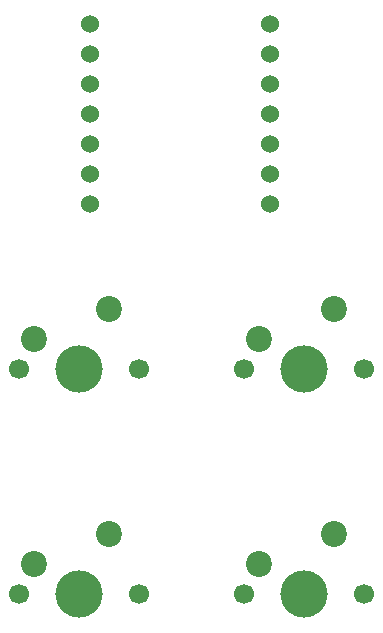
<source format=gbr>
%TF.GenerationSoftware,KiCad,Pcbnew,9.0.3*%
%TF.CreationDate,2025-07-13T23:11:11-04:00*%
%TF.ProjectId,Hackapad,4861636b-6170-4616-942e-6b696361645f,rev?*%
%TF.SameCoordinates,Original*%
%TF.FileFunction,Soldermask,Bot*%
%TF.FilePolarity,Negative*%
%FSLAX46Y46*%
G04 Gerber Fmt 4.6, Leading zero omitted, Abs format (unit mm)*
G04 Created by KiCad (PCBNEW 9.0.3) date 2025-07-13 23:11:11*
%MOMM*%
%LPD*%
G01*
G04 APERTURE LIST*
%ADD10C,1.700000*%
%ADD11C,4.000000*%
%ADD12C,2.200000*%
%ADD13C,1.524000*%
G04 APERTURE END LIST*
D10*
%TO.C,SW1*%
X56515000Y-76200000D03*
D11*
X61595000Y-76200000D03*
D10*
X66675000Y-76200000D03*
D12*
X64135000Y-71120000D03*
X57785000Y-73660000D03*
%TD*%
D13*
%TO.C,U1*%
X62506250Y-27940000D03*
X62506250Y-30480000D03*
X62506250Y-33020000D03*
X62506250Y-35560000D03*
X62506250Y-38100000D03*
X62506250Y-40640000D03*
X62506250Y-43180000D03*
X77746250Y-43180000D03*
X77746250Y-40640000D03*
X77746250Y-38100000D03*
X77746250Y-35560000D03*
X77746250Y-33020000D03*
X77746250Y-30480000D03*
X77746250Y-27940000D03*
%TD*%
D10*
%TO.C,SW4*%
X75565000Y-76200000D03*
D11*
X80645000Y-76200000D03*
D10*
X85725000Y-76200000D03*
D12*
X83185000Y-71120000D03*
X76835000Y-73660000D03*
%TD*%
D10*
%TO.C,SW2*%
X56515000Y-57150000D03*
D11*
X61595000Y-57150000D03*
D10*
X66675000Y-57150000D03*
D12*
X64135000Y-52070000D03*
X57785000Y-54610000D03*
%TD*%
D10*
%TO.C,SW3*%
X75565000Y-57150000D03*
D11*
X80645000Y-57150000D03*
D10*
X85725000Y-57150000D03*
D12*
X83185000Y-52070000D03*
X76835000Y-54610000D03*
%TD*%
M02*

</source>
